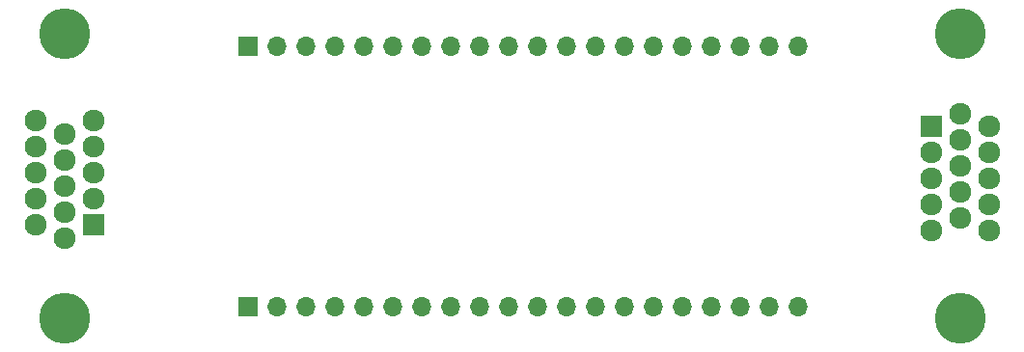
<source format=gbs>
G04 #@! TF.GenerationSoftware,KiCad,Pcbnew,8.0.9-8.0.9-0~ubuntu20.04.1*
G04 #@! TF.CreationDate,2025-06-05T20:47:26+01:00*
G04 #@! TF.ProjectId,ggroohauga-bridge,6767726f-6f68-4617-9567-612d62726964,rev?*
G04 #@! TF.SameCoordinates,Original*
G04 #@! TF.FileFunction,Soldermask,Bot*
G04 #@! TF.FilePolarity,Negative*
%FSLAX46Y46*%
G04 Gerber Fmt 4.6, Leading zero omitted, Abs format (unit mm)*
G04 Created by KiCad (PCBNEW 8.0.9-8.0.9-0~ubuntu20.04.1) date 2025-06-05 20:47:26*
%MOMM*%
%LPD*%
G01*
G04 APERTURE LIST*
G04 Aperture macros list*
%AMRoundRect*
0 Rectangle with rounded corners*
0 $1 Rounding radius*
0 $2 $3 $4 $5 $6 $7 $8 $9 X,Y pos of 4 corners*
0 Add a 4 corners polygon primitive as box body*
4,1,4,$2,$3,$4,$5,$6,$7,$8,$9,$2,$3,0*
0 Add four circle primitives for the rounded corners*
1,1,$1+$1,$2,$3*
1,1,$1+$1,$4,$5*
1,1,$1+$1,$6,$7*
1,1,$1+$1,$8,$9*
0 Add four rect primitives between the rounded corners*
20,1,$1+$1,$2,$3,$4,$5,0*
20,1,$1+$1,$4,$5,$6,$7,0*
20,1,$1+$1,$6,$7,$8,$9,0*
20,1,$1+$1,$8,$9,$2,$3,0*%
G04 Aperture macros list end*
%ADD10R,1.700000X1.700000*%
%ADD11O,1.700000X1.700000*%
%ADD12C,4.470000*%
%ADD13RoundRect,0.102000X-0.862500X0.862500X-0.862500X-0.862500X0.862500X-0.862500X0.862500X0.862500X0*%
%ADD14C,1.929000*%
G04 APERTURE END LIST*
D10*
X81534000Y-54610000D03*
D11*
X84074000Y-54610000D03*
X86614000Y-54610000D03*
X89154000Y-54610000D03*
X91694000Y-54610000D03*
X94234000Y-54610000D03*
X96774000Y-54610000D03*
X99314000Y-54610000D03*
X101854000Y-54610000D03*
X104394000Y-54610000D03*
X106934000Y-54610000D03*
X109474000Y-54610000D03*
X112014000Y-54610000D03*
X114554000Y-54610000D03*
X117094000Y-54610000D03*
X119634000Y-54610000D03*
X122174000Y-54610000D03*
X124714000Y-54610000D03*
X127254000Y-54610000D03*
X129794000Y-54610000D03*
D10*
X81534000Y-77470000D03*
D11*
X84074000Y-77470000D03*
X86614000Y-77470000D03*
X89154000Y-77470000D03*
X91694000Y-77470000D03*
X94234000Y-77470000D03*
X96774000Y-77470000D03*
X99314000Y-77470000D03*
X101854000Y-77470000D03*
X104394000Y-77470000D03*
X106934000Y-77470000D03*
X109474000Y-77470000D03*
X112014000Y-77470000D03*
X114554000Y-77470000D03*
X117094000Y-77470000D03*
X119634000Y-77470000D03*
X122174000Y-77470000D03*
X124714000Y-77470000D03*
X127254000Y-77470000D03*
X129794000Y-77470000D03*
D12*
X65379600Y-53494200D03*
X65379600Y-78484200D03*
D13*
X67919600Y-70319200D03*
D14*
X67919600Y-68029200D03*
X67919600Y-65739200D03*
X67919600Y-63449200D03*
X67919600Y-61159200D03*
X65379600Y-71464200D03*
X65379600Y-69174200D03*
X65379600Y-66884200D03*
X65379600Y-64594200D03*
X65379600Y-62304200D03*
X62839600Y-70319200D03*
X62839600Y-68029200D03*
X62839600Y-65739200D03*
X62839600Y-63449200D03*
X62839600Y-61159200D03*
D12*
X143967200Y-53494200D03*
X143967200Y-78484200D03*
D13*
X141427200Y-61659200D03*
D14*
X141427200Y-63949200D03*
X141427200Y-66239200D03*
X141427200Y-68529200D03*
X141427200Y-70819200D03*
X143967200Y-60514200D03*
X143967200Y-62804200D03*
X143967200Y-65094200D03*
X143967200Y-67384200D03*
X143967200Y-69674200D03*
X146507200Y-61659200D03*
X146507200Y-63949200D03*
X146507200Y-66239200D03*
X146507200Y-68529200D03*
X146507200Y-70819200D03*
M02*

</source>
